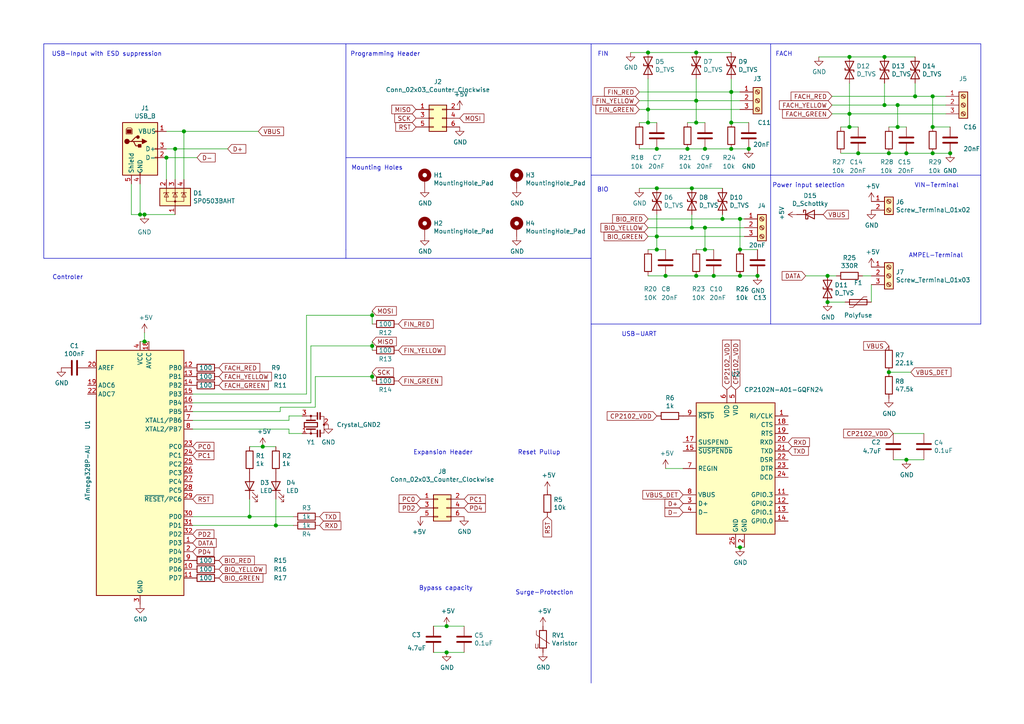
<source format=kicad_sch>
(kicad_sch (version 20200820) (host eeschema "5.99.0-unknown-c1a97fc0c~102~ubuntu18.04.1")
  (page 1 1)
  (paper "A4")
  (title_block (title "Ampel21") (rev "1") (company "Simon Diepold"))
  (lib_symbols
    (symbol "Connector:Screw_Terminal_01x02" (pin_names hide)
      (property "Reference" "J" (at 0 2.54 0))
      (property "Value" "Screw_Terminal_01x02" (at 0 -5.08 0))
      (symbol "Screw_Terminal_01x02_1_1"
        (pin passive line (at -5.08 0 0) (length 3.81) (name "Pin_1") (number "1"))
        (pin passive line (at -5.08 -2.54 0) (length 3.81) (name "Pin_2") (number "2"))
      )
    )
    (symbol "Connector:Screw_Terminal_01x03" (pin_names hide)
      (property "Reference" "J" (at 0 5.08 0))
      (property "Value" "Screw_Terminal_01x03" (at 0 -5.08 0))
      (symbol "Screw_Terminal_01x03_1_1"
        (pin passive line (at -5.08 2.54 0) (length 3.81) (name "Pin_1") (number "1"))
        (pin passive line (at -5.08 0 0) (length 3.81) (name "Pin_2") (number "2"))
        (pin passive line (at -5.08 -2.54 0) (length 3.81) (name "Pin_3") (number "3"))
      )
    )
    (symbol "Connector:USB_B"
      (property "Reference" "J" (at -5.08 11.43 0))
      (property "Value" "USB_B" (at -5.08 8.89 0))
      (symbol "USB_B_1_1"
        (pin power_out line (at 7.62 5.08 180) (length 2.54) (name "VBUS") (number "1"))
        (pin passive line (at 7.62 -2.54 180) (length 2.54) (name "D-") (number "2"))
        (pin passive line (at 7.62 0 180) (length 2.54) (name "D+") (number "3"))
        (pin power_out line (at 0 -10.16 90) (length 2.54) (name "GND") (number "4"))
        (pin passive line (at -2.54 -10.16 90) (length 2.54) (name "Shield") (number "5"))
      )
    )
    (symbol "Connector_Generic:Conn_02x03_Odd_Even" (pin_names hide)
      (property "Reference" "J" (at 1.27 5.08 0))
      (property "Value" "Conn_02x03_Odd_Even" (at 1.27 -5.08 0))
      (symbol "Conn_02x03_Odd_Even_1_1"
        (pin passive line (at -5.08 2.54 0) (length 3.81) (name "Pin_1") (number "1"))
        (pin passive line (at 7.62 2.54 180) (length 3.81) (name "Pin_2") (number "2"))
        (pin passive line (at -5.08 0 0) (length 3.81) (name "Pin_3") (number "3"))
        (pin passive line (at 7.62 0 180) (length 3.81) (name "Pin_4") (number "4"))
        (pin passive line (at -5.08 -2.54 0) (length 3.81) (name "Pin_5") (number "5"))
        (pin passive line (at 7.62 -2.54 180) (length 3.81) (name "Pin_6") (number "6"))
      )
    )
    (symbol "Device:C" (pin_numbers hide) (pin_names (offset 0.254))
      (property "Reference" "C" (at 0.635 2.54 0))
      (property "Value" "C" (at 0.635 -2.54 0))
      (symbol "C_1_1"
        (pin passive line (at 0 3.81 270) (length 2.794) (name "~") (number "1"))
        (pin passive line (at 0 -3.81 90) (length 2.794) (name "~") (number "2"))
      )
    )
    (symbol "Device:D_Schottky" (pin_numbers hide) (pin_names hide)
      (property "Reference" "D" (at 0 2.54 0))
      (property "Value" "D_Schottky" (at 0 -2.54 0))
      (symbol "D_Schottky_1_1"
        (pin passive line (at -3.81 0 0) (length 2.54) (name "K") (number "1"))
        (pin passive line (at 3.81 0 180) (length 2.54) (name "A") (number "2"))
      )
    )
    (symbol "Device:D_TVS" (pin_numbers hide) (pin_names hide)
      (property "Reference" "D" (at 0 2.54 0))
      (property "Value" "D_TVS" (at 0 -2.54 0))
      (symbol "D_TVS_1_1"
        (pin passive line (at -3.81 0 0) (length 2.54) (name "A1") (number "1"))
        (pin passive line (at 3.81 0 180) (length 2.54) (name "A2") (number "2"))
      )
    )
    (symbol "Device:LED" (pin_numbers hide) (pin_names hide)
      (property "Reference" "D" (at 0 2.54 0))
      (property "Value" "LED" (at 0 -2.54 0))
      (symbol "LED_1_1"
        (pin passive line (at -3.81 0 0) (length 2.54) (name "K") (number "1"))
        (pin passive line (at 3.81 0 180) (length 2.54) (name "A") (number "2"))
      )
    )
    (symbol "Device:Polyfuse" (pin_numbers hide) (pin_names (offset 0))
      (property "Reference" "F" (at -2.54 0 90))
      (property "Value" "Polyfuse" (at 2.54 0 90))
      (symbol "Polyfuse_1_1"
        (pin passive line (at 0 3.81 270) (length 1.27) (name "~") (number "1"))
        (pin passive line (at 0 -3.81 90) (length 1.27) (name "~") (number "2"))
      )
    )
    (symbol "Device:R" (pin_numbers hide) (pin_names (offset 0))
      (property "Reference" "R" (at 2.032 0 90))
      (property "Value" "R" (at 0 0 90))
      (symbol "R_1_1"
        (pin passive line (at 0 3.81 270) (length 1.27) (name "~") (number "1"))
        (pin passive line (at 0 -3.81 90) (length 1.27) (name "~") (number "2"))
      )
    )
    (symbol "Device:Resonator_Small" (pin_names hide)
      (property "Reference" "Y" (at 3.175 1.905 0))
      (property "Value" "Resonator_Small" (at 3.175 0 0))
      (symbol "Resonator_Small_1_1"
        (pin passive line (at -2.54 2.54 270) (length 1.27) (name "1") (number "1"))
        (pin passive line (at 0 -5.08 90) (length 1.27) (name "2") (number "2"))
        (pin passive line (at 2.54 2.54 270) (length 1.27) (name "3") (number "3"))
      )
    )
    (symbol "Device:Varistor" (pin_numbers hide) (pin_names (offset 0))
      (property "Reference" "RV" (at 3.175 0 90))
      (property "Value" "Varistor" (at -3.175 0 90))
      (symbol "Varistor_0_0"
        (text "U" (at -1.778 -2.032 0) (effects (font (size 1.27 1.27))))
      )
      (symbol "Varistor_1_1"
        (pin passive line (at 0 3.81 270) (length 1.27) (name "~") (number "1"))
        (pin passive line (at 0 -3.81 90) (length 1.27) (name "~") (number "2"))
      )
    )
    (symbol "Interface_USB:CP2102N-A01-GQFN24"
      (property "Reference" "U" (at -5.08 22.225 0))
      (property "Value" "CP2102N-A01-GQFN24" (at -5.08 20.32 0))
      (symbol "CP2102N-A01-GQFN24_1_1"
        (pin bidirectional line (at 15.24 15.24 180) (length 3.81) (name "RI/CLK") (number "1"))
        (pin unconnected line (at 10.16 -22.86 90) (length 3.81) hide (name "NC") (number "10"))
        (pin bidirectional line (at 15.24 -7.62 180) (length 3.81) (name "GPIO.3") (number "11"))
        (pin bidirectional line (at 15.24 -10.16 180) (length 3.81) (name "GPIO.2") (number "12"))
        (pin bidirectional line (at 15.24 -12.7 180) (length 3.81) (name "GPIO.1") (number "13"))
        (pin bidirectional line (at 15.24 -15.24 180) (length 3.81) (name "GPIO.0") (number "14"))
        (pin output line (at -15.24 5.08 0) (length 3.81) (name "~SUSPENDb") (number "15"))
        (pin unconnected line (at 7.62 -22.86 90) (length 3.81) hide (name "NC") (number "16"))
        (pin output line (at -15.24 7.62 0) (length 3.81) (name "SUSPEND") (number "17"))
        (pin input line (at 15.24 12.7 180) (length 3.81) (name "CTS") (number "18"))
        (pin output line (at 15.24 10.16 180) (length 3.81) (name "RTS") (number "19"))
        (pin power_in line (at 2.54 -22.86 90) (length 3.81) (name "GND") (number "2"))
        (pin input line (at 15.24 7.62 180) (length 3.81) (name "RXD") (number "20"))
        (pin output line (at 15.24 5.08 180) (length 3.81) (name "TXD") (number "21"))
        (pin input line (at 15.24 2.54 180) (length 3.81) (name "DSR") (number "22"))
        (pin output line (at 15.24 0 180) (length 3.81) (name "DTR") (number "23"))
        (pin input line (at 15.24 -2.54 180) (length 3.81) (name "DCD") (number "24"))
        (pin power_in line (at 0 -22.86 90) (length 3.81) (name "GND") (number "25"))
        (pin bidirectional line (at -15.24 -10.16 0) (length 3.81) (name "D+") (number "3"))
        (pin bidirectional line (at -15.24 -12.7 0) (length 3.81) (name "D-") (number "4"))
        (pin power_in line (at 0 22.86 270) (length 3.81) (name "VIO") (number "5"))
        (pin power_in line (at -2.54 22.86 270) (length 3.81) (name "VDD") (number "6"))
        (pin power_in line (at -15.24 0 0) (length 3.81) (name "REGIN") (number "7"))
        (pin input line (at -15.24 -7.62 0) (length 3.81) (name "VBUS") (number "8"))
        (pin input line (at -15.24 15.24 0) (length 3.81) (name "~RSTb") (number "9"))
      )
    )
    (symbol "MCU_Microchip_ATmega:ATmega328P-AU" (pin_names (offset 0.508))
      (property "Reference" "U" (at -12.7 36.83 0))
      (property "Value" "ATmega328P-AU" (at 2.54 -36.83 0))
      (symbol "ATmega328P-AU_1_1"
        (pin bidirectional line (at 15.24 -20.32 180) (length 2.54) (name "PD3") (number "1"))
        (pin bidirectional line (at 15.24 -27.94 180) (length 2.54) (name "PD6") (number "10"))
        (pin bidirectional line (at 15.24 -30.48 180) (length 2.54) (name "PD7") (number "11"))
        (pin bidirectional line (at 15.24 30.48 180) (length 2.54) (name "PB0") (number "12"))
        (pin bidirectional line (at 15.24 27.94 180) (length 2.54) (name "PB1") (number "13"))
        (pin bidirectional line (at 15.24 25.4 180) (length 2.54) (name "PB2") (number "14"))
        (pin bidirectional line (at 15.24 22.86 180) (length 2.54) (name "PB3") (number "15"))
        (pin bidirectional line (at 15.24 20.32 180) (length 2.54) (name "PB4") (number "16"))
        (pin bidirectional line (at 15.24 17.78 180) (length 2.54) (name "PB5") (number "17"))
        (pin power_in line (at 2.54 38.1 270) (length 2.54) (name "AVCC") (number "18"))
        (pin input line (at -15.24 25.4 0) (length 2.54) (name "ADC6") (number "19"))
        (pin bidirectional line (at 15.24 -22.86 180) (length 2.54) (name "PD4") (number "2"))
        (pin passive line (at -15.24 30.48 0) (length 2.54) (name "AREF") (number "20"))
        (pin passive line (at 0 -38.1 90) (length 2.54) hide (name "GND") (number "21"))
        (pin input line (at -15.24 22.86 0) (length 2.54) (name "ADC7") (number "22"))
        (pin bidirectional line (at 15.24 7.62 180) (length 2.54) (name "PC0") (number "23"))
        (pin bidirectional line (at 15.24 5.08 180) (length 2.54) (name "PC1") (number "24"))
        (pin bidirectional line (at 15.24 2.54 180) (length 2.54) (name "PC2") (number "25"))
        (pin bidirectional line (at 15.24 0 180) (length 2.54) (name "PC3") (number "26"))
        (pin bidirectional line (at 15.24 -2.54 180) (length 2.54) (name "PC4") (number "27"))
        (pin bidirectional line (at 15.24 -5.08 180) (length 2.54) (name "PC5") (number "28"))
        (pin bidirectional line (at 15.24 -7.62 180) (length 2.54) (name "~RESET~/PC6") (number "29"))
        (pin power_in line (at 0 -38.1 90) (length 2.54) (name "GND") (number "3"))
        (pin bidirectional line (at 15.24 -12.7 180) (length 2.54) (name "PD0") (number "30"))
        (pin bidirectional line (at 15.24 -15.24 180) (length 2.54) (name "PD1") (number "31"))
        (pin bidirectional line (at 15.24 -17.78 180) (length 2.54) (name "PD2") (number "32"))
        (pin power_in line (at 0 38.1 270) (length 2.54) (name "VCC") (number "4"))
        (pin passive line (at 0 -38.1 90) (length 2.54) hide (name "GND") (number "5"))
        (pin passive line (at 0 38.1 270) (length 2.54) hide (name "VCC") (number "6"))
        (pin bidirectional line (at 15.24 15.24 180) (length 2.54) (name "XTAL1/PB6") (number "7"))
        (pin bidirectional line (at 15.24 12.7 180) (length 2.54) (name "XTAL2/PB7") (number "8"))
        (pin bidirectional line (at 15.24 -25.4 180) (length 2.54) (name "PD5") (number "9"))
      )
    )
    (symbol "Mechanical:MountingHole_Pad" (pin_numbers hide) (pin_names hide)
      (property "Reference" "H" (at 0 6.35 0))
      (property "Value" "MountingHole_Pad" (at 0 4.445 0))
      (symbol "MountingHole_Pad_1_1"
        (pin input line (at 0 -2.54 90) (length 2.54) (name "1") (number "1"))
      )
    )
    (symbol "Power_Protection:SP0503BAHT" (pin_names (offset 0.508) hide)
      (property "Reference" "D" (at 5.715 2.54 0))
      (property "Value" "SP0503BAHT" (at 5.715 0.635 0))
      (symbol "SP0503BAHT_0_0"
        (pin passive line (at 0 -5.08 90) (length 2.54) (name "A") (number "1"))
      )
      (symbol "SP0503BAHT_1_1"
        (pin passive line (at -2.54 5.08 270) (length 2.54) (name "K") (number "2"))
        (pin passive line (at 0 5.08 270) (length 2.54) (name "K") (number "3"))
        (pin passive line (at 2.54 5.08 270) (length 2.54) (name "K") (number "4"))
      )
    )
    (symbol "power:+5V" (power) (pin_names (offset 0))
      (property "Value" "+5V" (at 0 3.556 0))
      (symbol "+5V_1_1"
        (pin power_in line (at 0 0 90) (length 0) hide (name "+5V") (number "1"))
      )
    )
    (symbol "power:GND" (power) (pin_names (offset 0))
      (property "Value" "GND" (at 0 -3.81 0))
      (symbol "GND_1_1"
        (pin power_in line (at 0 0 270) (length 0) hide (name "GND") (number "1"))
      )
    )
  )
  (junction (at 40.64 62.23) (diameter 1.016))
  (junction (at 41.91 62.23) (diameter 1.016))
  (junction (at 41.91 99.06) (diameter 1.016))
  (junction (at 48.26 45.72) (diameter 1.016))
  (junction (at 50.8 43.18) (diameter 1.016))
  (junction (at 53.34 38.1) (diameter 1.016))
  (junction (at 72.39 149.86) (diameter 1.016))
  (junction (at 76.2 129.54) (diameter 1.016))
  (junction (at 80.01 152.4) (diameter 1.016))
  (junction (at 107.95 91.44) (diameter 1.016))
  (junction (at 107.95 100.33) (diameter 1.016))
  (junction (at 107.95 109.22) (diameter 1.016))
  (junction (at 129.54 181.61) (diameter 1.016))
  (junction (at 129.54 189.23) (diameter 1.016))
  (junction (at 187.96 15.24) (diameter 1.016))
  (junction (at 187.96 31.75) (diameter 1.016))
  (junction (at 187.96 35.56) (diameter 1.016))
  (junction (at 190.5 43.18) (diameter 1.016))
  (junction (at 190.5 54.61) (diameter 1.016))
  (junction (at 190.5 68.58) (diameter 1.016))
  (junction (at 190.5 72.39) (diameter 1.016))
  (junction (at 193.04 80.01) (diameter 1.016))
  (junction (at 199.39 43.18) (diameter 1.016))
  (junction (at 200.66 54.61) (diameter 1.016))
  (junction (at 200.66 66.04) (diameter 1.016))
  (junction (at 201.93 15.24) (diameter 1.016))
  (junction (at 201.93 29.21) (diameter 1.016))
  (junction (at 201.93 35.56) (diameter 1.016))
  (junction (at 201.93 80.01) (diameter 1.016))
  (junction (at 204.47 43.18) (diameter 1.016))
  (junction (at 204.47 66.04) (diameter 1.016))
  (junction (at 204.47 72.39) (diameter 1.016))
  (junction (at 207.01 80.01) (diameter 1.016))
  (junction (at 209.55 63.5) (diameter 1.016))
  (junction (at 212.09 26.67) (diameter 1.016))
  (junction (at 212.09 35.56) (diameter 1.016))
  (junction (at 212.09 43.18) (diameter 1.016))
  (junction (at 214.63 63.5) (diameter 1.016))
  (junction (at 214.63 72.39) (diameter 1.016))
  (junction (at 214.63 80.01) (diameter 1.016))
  (junction (at 214.63 158.75) (diameter 1.016))
  (junction (at 217.17 43.18) (diameter 1.016))
  (junction (at 219.71 80.01) (diameter 1.016))
  (junction (at 240.03 80.01) (diameter 1.016))
  (junction (at 240.03 87.63) (diameter 1.016))
  (junction (at 246.38 16.51) (diameter 1.016))
  (junction (at 246.38 33.02) (diameter 1.016))
  (junction (at 246.38 36.83) (diameter 1.016))
  (junction (at 248.92 44.45) (diameter 1.016))
  (junction (at 256.54 16.51) (diameter 1.016))
  (junction (at 256.54 30.48) (diameter 1.016))
  (junction (at 257.81 44.45) (diameter 1.016))
  (junction (at 257.81 107.95) (diameter 1.016))
  (junction (at 260.35 30.48) (diameter 1.016))
  (junction (at 260.35 36.83) (diameter 1.016))
  (junction (at 262.89 44.45) (diameter 1.016))
  (junction (at 262.89 133.35) (diameter 1.016))
  (junction (at 265.43 27.94) (diameter 1.016))
  (junction (at 270.51 27.94) (diameter 1.016))
  (junction (at 270.51 36.83) (diameter 1.016))
  (junction (at 270.51 44.45) (diameter 1.016))
  (junction (at 275.59 44.45) (diameter 1.016))
  (no_connect (at 109.22 -13.97))
  (wire (pts (xy 38.1 53.34) (xy 38.1 62.23)))
  (wire (pts (xy 38.1 62.23) (xy 40.64 62.23)))
  (wire (pts (xy 40.64 53.34) (xy 40.64 62.23)))
  (wire (pts (xy 40.64 62.23) (xy 41.91 62.23)))
  (wire (pts (xy 40.64 99.06) (xy 41.91 99.06)))
  (wire (pts (xy 41.91 62.23) (xy 50.8 62.23)))
  (wire (pts (xy 41.91 96.52) (xy 41.91 99.06)))
  (wire (pts (xy 41.91 99.06) (xy 43.18 99.06)))
  (wire (pts (xy 48.26 38.1) (xy 53.34 38.1)))
  (wire (pts (xy 48.26 43.18) (xy 50.8 43.18)))
  (wire (pts (xy 48.26 45.72) (xy 48.26 52.07)))
  (wire (pts (xy 48.26 45.72) (xy 57.15 45.72)))
  (wire (pts (xy 50.8 43.18) (xy 50.8 52.07)))
  (wire (pts (xy 50.8 43.18) (xy 66.04 43.18)))
  (wire (pts (xy 53.34 38.1) (xy 53.34 52.07)))
  (wire (pts (xy 53.34 38.1) (xy 74.93 38.1)))
  (wire (pts (xy 55.88 114.3) (xy 88.9 114.3)))
  (wire (pts (xy 55.88 119.38) (xy 81.28 119.38)))
  (wire (pts (xy 55.88 121.92) (xy 83.82 121.92)))
  (wire (pts (xy 55.88 124.46) (xy 83.82 124.46)))
  (wire (pts (xy 55.88 149.86) (xy 72.39 149.86)))
  (wire (pts (xy 55.88 152.4) (xy 80.01 152.4)))
  (wire (pts (xy 72.39 129.54) (xy 76.2 129.54)))
  (wire (pts (xy 72.39 144.78) (xy 72.39 149.86)))
  (wire (pts (xy 72.39 149.86) (xy 85.09 149.86)))
  (wire (pts (xy 76.2 129.54) (xy 80.01 129.54)))
  (wire (pts (xy 80.01 144.78) (xy 80.01 152.4)))
  (wire (pts (xy 80.01 152.4) (xy 85.09 152.4)))
  (wire (pts (xy 81.28 118.11) (xy 91.44 118.11)))
  (wire (pts (xy 81.28 119.38) (xy 81.28 118.11)))
  (wire (pts (xy 83.82 120.65) (xy 83.82 121.92)))
  (wire (pts (xy 83.82 124.46) (xy 83.82 125.73)))
  (wire (pts (xy 83.82 125.73) (xy 87.63 125.73)))
  (wire (pts (xy 87.63 120.65) (xy 83.82 120.65)))
  (wire (pts (xy 88.9 91.44) (xy 107.95 91.44)))
  (wire (pts (xy 88.9 114.3) (xy 88.9 91.44)))
  (wire (pts (xy 90.17 100.33) (xy 90.17 116.84)))
  (wire (pts (xy 90.17 116.84) (xy 55.88 116.84)))
  (wire (pts (xy 91.44 109.22) (xy 107.95 109.22)))
  (wire (pts (xy 91.44 118.11) (xy 91.44 109.22)))
  (wire (pts (xy 107.95 91.44) (xy 107.95 90.17)))
  (wire (pts (xy 107.95 91.44) (xy 107.95 93.98)))
  (wire (pts (xy 107.95 99.06) (xy 107.95 100.33)))
  (wire (pts (xy 107.95 100.33) (xy 90.17 100.33)))
  (wire (pts (xy 107.95 100.33) (xy 107.95 101.6)))
  (wire (pts (xy 107.95 107.95) (xy 107.95 109.22)))
  (wire (pts (xy 107.95 109.22) (xy 107.95 110.49)))
  (wire (pts (xy 125.73 181.61) (xy 129.54 181.61)))
  (wire (pts (xy 125.73 189.23) (xy 129.54 189.23)))
  (wire (pts (xy 129.54 181.61) (xy 134.62 181.61)))
  (wire (pts (xy 129.54 189.23) (xy 134.62 189.23)))
  (wire (pts (xy 182.88 15.24) (xy 187.96 15.24)))
  (wire (pts (xy 185.42 26.67) (xy 212.09 26.67)))
  (wire (pts (xy 185.42 29.21) (xy 201.93 29.21)))
  (wire (pts (xy 185.42 31.75) (xy 187.96 31.75)))
  (wire (pts (xy 185.42 35.56) (xy 187.96 35.56)))
  (wire (pts (xy 185.42 43.18) (xy 190.5 43.18)))
  (wire (pts (xy 185.42 54.61) (xy 190.5 54.61)))
  (wire (pts (xy 187.96 15.24) (xy 201.93 15.24)))
  (wire (pts (xy 187.96 22.86) (xy 187.96 31.75)))
  (wire (pts (xy 187.96 31.75) (xy 187.96 35.56)))
  (wire (pts (xy 187.96 31.75) (xy 214.63 31.75)))
  (wire (pts (xy 187.96 35.56) (xy 190.5 35.56)))
  (wire (pts (xy 187.96 63.5) (xy 209.55 63.5)))
  (wire (pts (xy 187.96 66.04) (xy 200.66 66.04)))
  (wire (pts (xy 187.96 68.58) (xy 190.5 68.58)))
  (wire (pts (xy 187.96 72.39) (xy 190.5 72.39)))
  (wire (pts (xy 187.96 80.01) (xy 193.04 80.01)))
  (wire (pts (xy 190.5 43.18) (xy 199.39 43.18)))
  (wire (pts (xy 190.5 54.61) (xy 200.66 54.61)))
  (wire (pts (xy 190.5 62.23) (xy 190.5 68.58)))
  (wire (pts (xy 190.5 68.58) (xy 190.5 72.39)))
  (wire (pts (xy 190.5 68.58) (xy 215.9 68.58)))
  (wire (pts (xy 190.5 72.39) (xy 193.04 72.39)))
  (wire (pts (xy 193.04 80.01) (xy 201.93 80.01)))
  (wire (pts (xy 193.04 135.89) (xy 198.12 135.89)))
  (wire (pts (xy 199.39 35.56) (xy 201.93 35.56)))
  (wire (pts (xy 199.39 43.18) (xy 204.47 43.18)))
  (wire (pts (xy 200.66 54.61) (xy 209.55 54.61)))
  (wire (pts (xy 200.66 62.23) (xy 200.66 66.04)))
  (wire (pts (xy 200.66 66.04) (xy 204.47 66.04)))
  (wire (pts (xy 201.93 15.24) (xy 212.09 15.24)))
  (wire (pts (xy 201.93 22.86) (xy 201.93 29.21)))
  (wire (pts (xy 201.93 29.21) (xy 201.93 35.56)))
  (wire (pts (xy 201.93 29.21) (xy 214.63 29.21)))
  (wire (pts (xy 201.93 35.56) (xy 204.47 35.56)))
  (wire (pts (xy 201.93 72.39) (xy 204.47 72.39)))
  (wire (pts (xy 201.93 80.01) (xy 207.01 80.01)))
  (wire (pts (xy 204.47 43.18) (xy 212.09 43.18)))
  (wire (pts (xy 204.47 66.04) (xy 204.47 72.39)))
  (wire (pts (xy 204.47 66.04) (xy 215.9 66.04)))
  (wire (pts (xy 204.47 72.39) (xy 207.01 72.39)))
  (wire (pts (xy 207.01 80.01) (xy 214.63 80.01)))
  (wire (pts (xy 209.55 62.23) (xy 209.55 63.5)))
  (wire (pts (xy 209.55 63.5) (xy 214.63 63.5)))
  (wire (pts (xy 212.09 22.86) (xy 212.09 26.67)))
  (wire (pts (xy 212.09 26.67) (xy 212.09 35.56)))
  (wire (pts (xy 212.09 26.67) (xy 214.63 26.67)))
  (wire (pts (xy 212.09 35.56) (xy 217.17 35.56)))
  (wire (pts (xy 212.09 43.18) (xy 217.17 43.18)))
  (wire (pts (xy 213.36 158.75) (xy 214.63 158.75)))
  (wire (pts (xy 214.63 63.5) (xy 214.63 72.39)))
  (wire (pts (xy 214.63 63.5) (xy 215.9 63.5)))
  (wire (pts (xy 214.63 72.39) (xy 219.71 72.39)))
  (wire (pts (xy 214.63 80.01) (xy 219.71 80.01)))
  (wire (pts (xy 214.63 158.75) (xy 215.9 158.75)))
  (wire (pts (xy 233.68 80.01) (xy 240.03 80.01)))
  (wire (pts (xy 237.49 16.51) (xy 246.38 16.51)))
  (wire (pts (xy 240.03 80.01) (xy 242.57 80.01)))
  (wire (pts (xy 240.03 87.63) (xy 245.11 87.63)))
  (wire (pts (xy 241.3 27.94) (xy 265.43 27.94)))
  (wire (pts (xy 241.3 30.48) (xy 256.54 30.48)))
  (wire (pts (xy 241.3 33.02) (xy 246.38 33.02)))
  (wire (pts (xy 243.84 36.83) (xy 246.38 36.83)))
  (wire (pts (xy 243.84 44.45) (xy 248.92 44.45)))
  (wire (pts (xy 246.38 16.51) (xy 256.54 16.51)))
  (wire (pts (xy 246.38 24.13) (xy 246.38 33.02)))
  (wire (pts (xy 246.38 33.02) (xy 246.38 36.83)))
  (wire (pts (xy 246.38 33.02) (xy 274.32 33.02)))
  (wire (pts (xy 246.38 36.83) (xy 248.92 36.83)))
  (wire (pts (xy 248.92 44.45) (xy 257.81 44.45)))
  (wire (pts (xy 250.19 80.01) (xy 252.73 80.01)))
  (wire (pts (xy 252.73 82.55) (xy 252.73 87.63)))
  (wire (pts (xy 256.54 16.51) (xy 265.43 16.51)))
  (wire (pts (xy 256.54 24.13) (xy 256.54 30.48)))
  (wire (pts (xy 256.54 30.48) (xy 260.35 30.48)))
  (wire (pts (xy 257.81 36.83) (xy 260.35 36.83)))
  (wire (pts (xy 257.81 44.45) (xy 262.89 44.45)))
  (wire (pts (xy 257.81 107.95) (xy 264.16 107.95)))
  (wire (pts (xy 259.08 133.35) (xy 262.89 133.35)))
  (wire (pts (xy 260.35 30.48) (xy 260.35 36.83)))
  (wire (pts (xy 260.35 30.48) (xy 274.32 30.48)))
  (wire (pts (xy 260.35 36.83) (xy 262.89 36.83)))
  (wire (pts (xy 262.89 44.45) (xy 270.51 44.45)))
  (wire (pts (xy 262.89 133.35) (xy 267.97 133.35)))
  (wire (pts (xy 265.43 24.13) (xy 265.43 27.94)))
  (wire (pts (xy 265.43 27.94) (xy 270.51 27.94)))
  (wire (pts (xy 267.97 125.73) (xy 259.08 125.73)))
  (wire (pts (xy 270.51 27.94) (xy 270.51 36.83)))
  (wire (pts (xy 270.51 27.94) (xy 274.32 27.94)))
  (wire (pts (xy 270.51 36.83) (xy 275.59 36.83)))
  (wire (pts (xy 270.51 44.45) (xy 275.59 44.45)))
  (polyline (pts (xy 12.7 12.7) (xy 12.7 74.93)) (stroke (width 0) (type solid)))
  (polyline (pts (xy 12.7 12.7) (xy 100.33 12.7)) (stroke (width 0) (type solid)))
  (polyline (pts (xy 100.33 12.7) (xy 100.33 72.39)) (stroke (width 0) (type solid)))
  (polyline (pts (xy 100.33 12.7) (xy 171.45 12.7)) (stroke (width 0) (type solid)))
  (polyline (pts (xy 100.33 45.72) (xy 171.45 45.72)) (stroke (width 0) (type solid)))
  (polyline (pts (xy 100.33 74.93) (xy 12.7 74.93)) (stroke (width 0) (type solid)))
  (polyline (pts (xy 100.33 74.93) (xy 100.33 72.39)) (stroke (width 0) (type solid)))
  (polyline (pts (xy 171.45 12.7) (xy 171.45 93.98)) (stroke (width 0) (type solid)))
  (polyline (pts (xy 171.45 12.7) (xy 284.48 12.7)) (stroke (width 0) (type solid)))
  (polyline (pts (xy 171.45 50.8) (xy 284.48 50.8)) (stroke (width 0) (type solid)))
  (polyline (pts (xy 171.45 74.93) (xy 100.33 74.93)) (stroke (width 0) (type solid)))
  (polyline (pts (xy 171.45 93.98) (xy 171.45 198.12)) (stroke (width 0) (type solid)))
  (polyline (pts (xy 171.45 93.98) (xy 284.48 93.98)) (stroke (width 0) (type solid)))
  (polyline (pts (xy 223.52 12.7) (xy 223.52 93.98)) (stroke (width 0) (type solid)))
  (polyline (pts (xy 284.48 93.98) (xy 284.48 12.7)) (stroke (width 0) (type solid)))
  (text "Controler" (at 24.13 81.28 180) (effects (font (size 1.27 1.27)) (justify right bottom)))
  (text "USB-Input with ESD suppression" (at 46.99 16.51 180) (effects (font (size 1.27 1.27)) (justify right bottom)))
  (text "Mounting Holes" (at 116.84 49.53 180) (effects (font (size 1.27 1.27)) (justify right bottom)))
  (text "Programming Header" (at 121.92 16.51 180) (effects (font (size 1.27 1.27)) (justify right bottom)))
  (text "Expansion Header" (at 137.16 132.08 180) (effects (font (size 1.27 1.27)) (justify right bottom)))
  (text "Bypass capacity" (at 137.16 171.45 180) (effects (font (size 1.27 1.27)) (justify right bottom)))
  (text "Reset Pullup" (at 162.56 132.08 180) (effects (font (size 1.27 1.27)) (justify right bottom)))
  (text "Surge-Protection" (at 166.37 172.72 180) (effects (font (size 1.27 1.27)) (justify right bottom)))
  (text "FIN" (at 176.53 16.51 180) (effects (font (size 1.27 1.27)) (justify right bottom)))
  (text "BIO" (at 176.53 55.88 180) (effects (font (size 1.27 1.27)) (justify right bottom)))
  (text "USB-UART" (at 190.5 97.79 180) (effects (font (size 1.27 1.27)) (justify right bottom)))
  (text "FACH" (at 229.87 16.51 180) (effects (font (size 1.27 1.27)) (justify right bottom)))
  (text "Power input selection" (at 245.11 54.61 180) (effects (font (size 1.27 1.27)) (justify right bottom)))
  (text "VIN-Terminal" (at 278.13 54.61 180) (effects (font (size 1.27 1.27)) (justify right bottom)))
  (text "AMPEL-Terminal" (at 279.4 74.93 180) (effects (font (size 1.27 1.27)) (justify right bottom)))
  (global_label "PC0" (shape input) (at 55.88 129.54 0))
  (global_label "PC1" (shape input) (at 55.88 132.08 0))
  (global_label "RST" (shape input) (at 55.88 144.78 0))
  (global_label "PD2" (shape input) (at 55.88 154.94 0))
  (global_label "DATA" (shape input) (at 55.88 157.48 0))
  (global_label "PD4" (shape input) (at 55.88 160.02 0))
  (global_label "D-" (shape input) (at 57.15 45.72 0))
  (global_label "FACH_RED" (shape input) (at 63.5 106.68 0))
  (global_label "FACH_YELLOW" (shape input) (at 63.5 109.22 0))
  (global_label "FACH_GREEN" (shape input) (at 63.5 111.76 0))
  (global_label "BIO_RED" (shape input) (at 63.5 162.56 0))
  (global_label "BIO_YELLOW" (shape input) (at 63.5 165.1 0))
  (global_label "BIO_GREEN" (shape input) (at 63.5 167.64 0))
  (global_label "D+" (shape input) (at 66.04 43.18 0))
  (global_label "VBUS" (shape input) (at 74.93 38.1 0))
  (global_label "TXD" (shape input) (at 92.71 149.86 0))
  (global_label "RXD" (shape input) (at 92.71 152.4 0))
  (global_label "MOSI" (shape input) (at 107.95 90.17 0))
  (global_label "MISO" (shape input) (at 107.95 99.06 0))
  (global_label "SCK" (shape input) (at 107.95 107.95 0))
  (global_label "FIN_RED" (shape input) (at 115.57 93.98 0))
  (global_label "FIN_YELLOW" (shape input) (at 115.57 101.6 0))
  (global_label "FIN_GREEN" (shape input) (at 115.57 110.49 0))
  (global_label "MISO" (shape input) (at 120.65 31.75 180))
  (global_label "SCK" (shape input) (at 120.65 34.29 180))
  (global_label "RST" (shape input) (at 120.65 36.83 180))
  (global_label "PC0" (shape input) (at 121.92 144.78 180))
  (global_label "PD2" (shape input) (at 121.92 147.32 180))
  (global_label "MOSI" (shape input) (at 133.35 34.29 0))
  (global_label "PC1" (shape input) (at 134.62 144.78 0))
  (global_label "PD4" (shape input) (at 134.62 147.32 0))
  (global_label "RST" (shape input) (at 158.75 149.86 270))
  (global_label "FIN_RED" (shape input) (at 185.42 26.67 180))
  (global_label "FIN_YELLOW" (shape input) (at 185.42 29.21 180))
  (global_label "FIN_GREEN" (shape input) (at 185.42 31.75 180))
  (global_label "BIO_RED" (shape input) (at 187.96 63.5 180))
  (global_label "BIO_YELLOW" (shape input) (at 187.96 66.04 180))
  (global_label "BIO_GREEN" (shape input) (at 187.96 68.58 180))
  (global_label "CP2102_VDD" (shape input) (at 190.5 120.65 180))
  (global_label "VBUS_DET" (shape input) (at 198.12 143.51 180))
  (global_label "D+" (shape input) (at 198.12 146.05 180))
  (global_label "D-" (shape input) (at 198.12 148.59 180))
  (global_label "CP2102_VDD" (shape input) (at 210.82 113.03 90))
  (global_label "CP2102_VDD" (shape input) (at 213.36 113.03 90))
  (global_label "RXD" (shape input) (at 228.6 128.27 0))
  (global_label "TXD" (shape input) (at 228.6 130.81 0))
  (global_label "DATA" (shape input) (at 233.68 80.01 180))
  (global_label "VBUS" (shape input) (at 238.76 62.23 0))
  (global_label "FACH_RED" (shape input) (at 241.3 27.94 180))
  (global_label "FACH_YELLOW" (shape input) (at 241.3 30.48 180))
  (global_label "FACH_GREEN" (shape input) (at 241.3 33.02 180))
  (global_label "VBUS" (shape input) (at 257.81 100.33 180))
  (global_label "CP2102_VDD" (shape input) (at 259.08 125.73 180))
  (global_label "VBUS_DET" (shape input) (at 264.16 107.95 0))
  (symbol (lib_id "power:+5V") (at 41.91 96.52 0) (unit 1)
    (property "Reference" "#PWR0118" (effects hide))
    (property "Value" "+5V" (at 42.291 92.1258 0))
  )
  (symbol (lib_id "power:+5V") (at 76.2 129.54 0) (unit 1)
    (property "Reference" "#PWR0124" (effects hide))
    (property "Value" "+5V" (at 76.581 125.1458 0))
  )
  (symbol (lib_id "power:+5V") (at 121.92 149.86 180) (unit 1)
    (property "Reference" "#PWR0120" (effects hide))
    (property "Value" "+5V" (at 121.539 154.2542 0))
  )
  (symbol (lib_id "power:+5V") (at 129.54 181.61 0) (unit 1)
    (property "Reference" "#PWR0109" (effects hide))
    (property "Value" "+5V" (at 129.921 177.2158 0))
  )
  (symbol (lib_id "power:+5V") (at 133.35 31.75 0) (unit 1)
    (property "Reference" "#PWR0108" (effects hide))
    (property "Value" "+5V" (at 133.731 27.3558 0))
  )
  (symbol (lib_id "power:+5V") (at 157.48 181.61 0) (unit 1)
    (property "Reference" "#PWR0134" (effects hide))
    (property "Value" "+5V" (at 157.861 177.2158 0))
  )
  (symbol (lib_id "power:+5V") (at 158.75 142.24 0) (unit 1)
    (property "Reference" "#PWR0107" (effects hide))
    (property "Value" "+5V" (at 159.131 137.8458 0))
  )
  (symbol (lib_id "power:+5V") (at 193.04 135.89 0) (unit 1)
    (property "Reference" "#PWR0105" (effects hide))
    (property "Value" "+5V" (at 193.421 131.4958 0))
  )
  (symbol (lib_id "power:+5V") (at 231.14 62.23 90) (unit 1)
    (property "Reference" "#PWR0123" (effects hide))
    (property "Value" "+5V" (at 226.7458 61.849 0))
  )
  (symbol (lib_id "power:+5V") (at 252.73 58.42 0) (unit 1)
    (property "Reference" "#PWR0116" (effects hide))
    (property "Value" "+5V" (at 253.111 54.0258 0))
  )
  (symbol (lib_id "power:+5V") (at 252.73 77.47 0) (unit 1)
    (property "Reference" "#PWR0113" (effects hide))
    (property "Value" "+5V" (at 253.111 73.0758 0))
  )
  (symbol (lib_id "power:GND") (at 17.78 106.68 0) (unit 1)
    (property "Reference" "#PWR0102" (effects hide))
    (property "Value" "GND" (at 17.907 111.0742 0))
  )
  (symbol (lib_id "power:GND") (at 40.64 175.26 0) (unit 1)
    (property "Reference" "#PWR0117" (effects hide))
    (property "Value" "GND" (at 40.7543 179.5844 0))
  )
  (symbol (lib_id "power:GND") (at 41.91 62.23 0) (unit 1)
    (property "Reference" "#PWR0101" (effects hide))
    (property "Value" "GND" (at 41.91 67.31 0))
  )
  (symbol (lib_id "power:GND") (at 95.25 123.19 0) (unit 1)
    (property "Reference" "#PWR0133" (effects hide))
    (property "Value" "GND" (at 95.25 128.27 0))
  )
  (symbol (lib_id "power:GND") (at 123.19 54.61 0) (unit 1)
    (property "Reference" "#PWR0128" (effects hide))
    (property "Value" "GND" (at 123.3043 58.9344 0))
  )
  (symbol (lib_id "power:GND") (at 123.19 68.58 0) (unit 1)
    (property "Reference" "#PWR0127" (effects hide))
    (property "Value" "GND" (at 123.3043 72.9044 0))
  )
  (symbol (lib_id "power:GND") (at 129.54 189.23 0) (unit 1)
    (property "Reference" "#PWR0110" (effects hide))
    (property "Value" "GND" (at 129.667 193.6242 0))
  )
  (symbol (lib_id "power:GND") (at 133.35 36.83 0) (unit 1)
    (property "Reference" "#PWR0106" (effects hide))
    (property "Value" "GND" (at 133.477 41.2242 0))
  )
  (symbol (lib_id "power:GND") (at 134.62 149.86 0) (unit 1)
    (property "Reference" "#PWR0103" (effects hide))
    (property "Value" "GND" (at 134.7343 154.1844 0))
  )
  (symbol (lib_id "power:GND") (at 149.86 54.61 0) (unit 1)
    (property "Reference" "#PWR0129" (effects hide))
    (property "Value" "GND" (at 149.9743 58.9344 0))
  )
  (symbol (lib_id "power:GND") (at 149.86 68.58 0) (unit 1)
    (property "Reference" "#PWR0126" (effects hide))
    (property "Value" "GND" (at 149.9743 72.9044 0))
  )
  (symbol (lib_id "power:GND") (at 157.48 189.23 0) (unit 1)
    (property "Reference" "#PWR0125" (effects hide))
    (property "Value" "GND" (at 157.5943 193.5544 0))
  )
  (symbol (lib_id "power:GND") (at 182.88 15.24 0) (unit 1)
    (property "Reference" "#PWR0131" (effects hide))
    (property "Value" "GND" (at 182.9943 19.5644 0))
  )
  (symbol (lib_id "power:GND") (at 185.42 54.61 0) (unit 1)
    (property "Reference" "#PWR0132" (effects hide))
    (property "Value" "GND" (at 185.5343 58.9344 0))
  )
  (symbol (lib_id "power:GND") (at 214.63 158.75 0) (unit 1)
    (property "Reference" "#PWR0104" (effects hide))
    (property "Value" "GND" (at 214.757 163.1442 0))
  )
  (symbol (lib_id "power:GND") (at 217.17 43.18 0) (unit 1)
    (property "Reference" "#PWR0121" (effects hide))
    (property "Value" "GND" (at 217.17 48.26 0))
  )
  (symbol (lib_id "power:GND") (at 219.71 80.01 0) (unit 1)
    (property "Reference" "#PWR0119" (effects hide))
    (property "Value" "GND" (at 219.8243 84.3344 0))
  )
  (symbol (lib_id "power:GND") (at 237.49 16.51 0) (unit 1)
    (property "Reference" "#PWR0130" (effects hide))
    (property "Value" "GND" (at 237.6043 20.8344 0))
  )
  (symbol (lib_id "power:GND") (at 240.03 87.63 0) (unit 1)
    (property "Reference" "#PWR0114" (effects hide))
    (property "Value" "GND" (at 240.157 92.0242 0))
  )
  (symbol (lib_id "power:GND") (at 252.73 60.96 0) (unit 1)
    (property "Reference" "#PWR0115" (effects hide))
    (property "Value" "GND" (at 252.857 65.3542 0))
  )
  (symbol (lib_id "power:GND") (at 257.81 115.57 0) (unit 1)
    (property "Reference" "#PWR0111" (effects hide))
    (property "Value" "GND" (at 257.937 119.9642 0))
  )
  (symbol (lib_id "power:GND") (at 262.89 133.35 0) (unit 1)
    (property "Reference" "#PWR0112" (effects hide))
    (property "Value" "GND" (at 263.017 137.7442 0))
  )
  (symbol (lib_id "power:GND") (at 275.59 44.45 0) (unit 1)
    (property "Reference" "#PWR0122" (effects hide))
    (property "Value" "GND" (at 275.59 49.53 0))
  )
  (symbol (lib_id "Device:R") (at 59.69 106.68 90) (unit 1)
    (property "Reference" "R9" (at 80.01 106.68 90))
    (property "Value" "100" (at 59.69 106.68 90))
    (property "Footprint" "Resistor_SMD:R_0805_2012Metric" (effects hide))
  )
  (symbol (lib_id "Device:R") (at 59.69 109.22 90) (unit 1)
    (property "Reference" "R10" (at 81.28 109.22 90))
    (property "Value" "100" (at 59.69 109.22 90))
    (property "Footprint" "Resistor_SMD:R_0805_2012Metric" (effects hide))
  )
  (symbol (lib_id "Device:R") (at 59.69 111.76 90) (unit 1)
    (property "Reference" "R11" (at 81.28 111.76 90))
    (property "Value" "100" (at 59.69 111.76 90))
    (property "Footprint" "Resistor_SMD:R_0805_2012Metric" (effects hide))
  )
  (symbol (lib_id "Device:R") (at 59.69 162.56 90) (unit 1)
    (property "Reference" "R15" (at 81.28 162.56 90))
    (property "Value" "100" (at 59.69 162.56 90))
    (property "Footprint" "Resistor_SMD:R_0805_2012Metric" (effects hide))
  )
  (symbol (lib_id "Device:R") (at 59.69 165.1 90) (unit 1)
    (property "Reference" "R16" (at 81.28 165.1 90))
    (property "Value" "100" (at 59.69 165.1 90))
    (property "Footprint" "Resistor_SMD:R_0805_2012Metric" (effects hide))
  )
  (symbol (lib_id "Device:R") (at 59.69 167.64 90) (unit 1)
    (property "Reference" "R17" (at 81.28 167.64 90))
    (property "Value" "100" (at 59.69 167.64 90))
    (property "Footprint" "Resistor_SMD:R_0805_2012Metric" (effects hide))
  )
  (symbol (lib_id "Device:R") (at 72.39 133.35 0) (unit 1)
    (property "Reference" "R1" (at 74.168 132.207 0) (effects (justify left)))
    (property "Value" "1k" (at 74.168 134.493 0) (effects (justify left)))
    (property "Footprint" "Resistor_SMD:R_0805_2012Metric" (effects hide))
  )
  (symbol (lib_id "Device:R") (at 80.01 133.35 0) (unit 1)
    (property "Reference" "R2" (at 81.788 132.207 0) (effects (justify left)))
    (property "Value" "1k" (at 81.788 134.493 0) (effects (justify left)))
    (property "Footprint" "Resistor_SMD:R_0805_2012Metric" (effects hide))
  )
  (symbol (lib_id "Device:R") (at 88.9 149.86 90) (unit 1)
    (property "Reference" "R3" (at 88.9 147.32 90))
    (property "Value" "1k" (at 88.9 149.86 90))
    (property "Footprint" "Resistor_SMD:R_0805_2012Metric" (effects hide))
  )
  (symbol (lib_id "Device:R") (at 88.9 152.4 90) (unit 1)
    (property "Reference" "R4" (at 88.9 154.94 90))
    (property "Value" "1k" (at 88.9 152.4 90))
    (property "Footprint" "Resistor_SMD:R_0805_2012Metric" (effects hide))
  )
  (symbol (lib_id "Device:R") (at 111.76 93.98 90) (unit 1)
    (property "Reference" "R12" (at 111.76 96.52 90))
    (property "Value" "100" (at 111.76 93.98 90))
    (property "Footprint" "Resistor_SMD:R_0805_2012Metric" (effects hide))
  )
  (symbol (lib_id "Device:R") (at 111.76 101.6 90) (unit 1)
    (property "Reference" "R13" (at 111.76 104.14 90))
    (property "Value" "100" (at 111.76 101.6 90))
    (property "Footprint" "Resistor_SMD:R_0805_2012Metric" (effects hide))
  )
  (symbol (lib_id "Device:R") (at 111.76 110.49 90) (unit 1)
    (property "Reference" "R14" (at 111.76 113.03 90))
    (property "Value" "100" (at 111.76 110.49 90))
    (property "Footprint" "Resistor_SMD:R_0805_2012Metric" (effects hide))
  )
  (symbol (lib_id "Device:R") (at 158.75 146.05 0) (unit 1)
    (property "Reference" "R5" (at 160.528 144.907 0) (effects (justify left)))
    (property "Value" "10k" (at 160.528 147.193 0) (effects (justify left)))
    (property "Footprint" "Resistor_SMD:R_0805_2012Metric" (effects hide))
  )
  (symbol (lib_id "Device:R") (at 185.42 39.37 0) (unit 1)
    (property "Reference" "R18" (at 182.88 45.72 0) (effects (justify left)))
    (property "Value" "10k" (at 182.88 48.26 0) (effects (justify left)))
    (property "Footprint" "Resistor_SMD:R_0805_2012Metric" (effects hide))
  )
  (symbol (lib_id "Device:R") (at 187.96 76.2 0) (unit 1)
    (property "Reference" "R20" (at 186.69 83.82 0) (effects (justify left)))
    (property "Value" "10K" (at 186.69 86.36 0) (effects (justify left)))
    (property "Footprint" "Resistor_SMD:R_0805_2012Metric" (effects hide))
  )
  (symbol (lib_id "Device:R") (at 194.31 120.65 90) (unit 1)
    (property "Reference" "R6" (at 194.31 115.4176 90))
    (property "Value" "1k" (at 194.31 117.729 90))
    (property "Footprint" "Resistor_SMD:R_0805_2012Metric" (effects hide))
  )
  (symbol (lib_id "Device:R") (at 199.39 39.37 0) (unit 1)
    (property "Reference" "R21" (at 196.85 45.72 0) (effects (justify left)))
    (property "Value" "10k" (at 196.85 48.26 0) (effects (justify left)))
    (property "Footprint" "Resistor_SMD:R_0805_2012Metric" (effects hide))
  )
  (symbol (lib_id "Device:R") (at 201.93 76.2 0) (unit 1)
    (property "Reference" "R23" (at 200.66 83.82 0) (effects (justify left)))
    (property "Value" "10K" (at 200.66 86.36 0) (effects (justify left)))
    (property "Footprint" "Resistor_SMD:R_0805_2012Metric" (effects hide))
  )
  (symbol (lib_id "Device:R") (at 212.09 39.37 0) (unit 1)
    (property "Reference" "R24" (at 209.55 45.72 0) (effects (justify left)))
    (property "Value" "10k" (at 209.55 48.26 0) (effects (justify left)))
    (property "Footprint" "Resistor_SMD:R_0805_2012Metric" (effects hide))
  )
  (symbol (lib_id "Device:R") (at 214.63 76.2 0) (unit 1)
    (property "Reference" "R26" (at 213.36 83.82 0) (effects (justify left)))
    (property "Value" "10k" (at 213.36 86.36 0) (effects (justify left)))
    (property "Footprint" "Resistor_SMD:R_0805_2012Metric" (effects hide))
  )
  (symbol (lib_id "Device:R") (at 243.84 40.64 0) (unit 1)
    (property "Reference" "R27" (at 241.3 46.99 0) (effects (justify left)))
    (property "Value" "10k" (at 241.3 49.53 0) (effects (justify left)))
    (property "Footprint" "Resistor_SMD:R_0805_2012Metric" (effects hide))
  )
  (symbol (lib_id "Device:R") (at 246.38 80.01 90) (unit 1)
    (property "Reference" "R25" (at 246.38 74.7838 90))
    (property "Value" "330R" (at 246.38 77.0825 90))
    (property "Footprint" "Resistor_SMD:R_0805_2012Metric" (effects hide))
  )
  (symbol (lib_id "Device:R") (at 257.81 40.64 0) (unit 1)
    (property "Reference" "R28" (at 255.27 46.99 0) (effects (justify left)))
    (property "Value" "10k" (at 255.27 49.53 0) (effects (justify left)))
    (property "Footprint" "Resistor_SMD:R_0805_2012Metric" (effects hide))
  )
  (symbol (lib_id "Device:R") (at 257.81 104.14 0) (unit 1)
    (property "Reference" "R7" (at 259.588 102.997 0) (effects (justify left)))
    (property "Value" "22.1k" (at 259.588 105.283 0) (effects (justify left)))
    (property "Footprint" "Resistor_SMD:R_0805_2012Metric" (effects hide))
  )
  (symbol (lib_id "Device:R") (at 257.81 111.76 0) (unit 1)
    (property "Reference" "R8" (at 259.588 110.617 0) (effects (justify left)))
    (property "Value" "47.5k" (at 259.588 112.903 0) (effects (justify left)))
    (property "Footprint" "Resistor_SMD:R_0805_2012Metric" (effects hide))
  )
  (symbol (lib_id "Device:R") (at 270.51 40.64 0) (unit 1)
    (property "Reference" "R29" (at 269.24 46.99 0) (effects (justify left)))
    (property "Value" "10k" (at 269.24 49.53 0) (effects (justify left)))
    (property "Footprint" "Resistor_SMD:R_0805_2012Metric" (effects hide))
  )
  (symbol (lib_id "Mechanical:MountingHole_Pad") (at 123.19 52.07 0) (unit 1)
    (property "Reference" "H1" (at 125.7301 50.7936 0) (effects (justify left)))
    (property "Value" "MountingHole_Pad" (at 125.7301 53.0923 0) (effects (justify left)))
    (property "Footprint" "MountingHole:MountingHole_3.2mm_M3_Pad_Via" (effects hide))
  )
  (symbol (lib_id "Mechanical:MountingHole_Pad") (at 123.19 66.04 0) (unit 1)
    (property "Reference" "H2" (at 125.7301 64.7636 0) (effects (justify left)))
    (property "Value" "MountingHole_Pad" (at 125.7301 67.0623 0) (effects (justify left)))
    (property "Footprint" "MountingHole:MountingHole_3.2mm_M3_Pad_Via" (effects hide))
  )
  (symbol (lib_id "Mechanical:MountingHole_Pad") (at 149.86 52.07 0) (unit 1)
    (property "Reference" "H3" (at 152.4001 50.7936 0) (effects (justify left)))
    (property "Value" "MountingHole_Pad" (at 152.4001 53.0923 0) (effects (justify left)))
    (property "Footprint" "MountingHole:MountingHole_3.2mm_M3_Pad_Via" (effects hide))
  )
  (symbol (lib_id "Mechanical:MountingHole_Pad") (at 149.86 66.04 0) (unit 1)
    (property "Reference" "H4" (at 152.4001 64.7636 0) (effects (justify left)))
    (property "Value" "MountingHole_Pad" (at 152.4001 67.0623 0) (effects (justify left)))
    (property "Footprint" "MountingHole:MountingHole_3.2mm_M3_Pad_Via" (effects hide))
  )
  (symbol (lib_id "Device:D_TVS") (at 187.96 19.05 90) (unit 1)
    (property "Reference" "D5" (at 189.9921 17.9006 90) (effects (justify right)))
    (property "Value" "D_TVS" (at 189.9921 20.1993 90) (effects (justify right)))
    (property "Footprint" "Diode_SMD:D_0603_1608Metric" (effects hide))
  )
  (symbol (lib_id "Device:D_TVS") (at 190.5 58.42 90) (unit 1)
    (property "Reference" "D6" (at 192.5321 57.2706 90) (effects (justify right)))
    (property "Value" "D_TVS" (at 192.5321 59.5693 90) (effects (justify right)))
    (property "Footprint" "Diode_SMD:D_0603_1608Metric" (effects hide))
  )
  (symbol (lib_id "Device:D_TVS") (at 200.66 58.42 90) (unit 1)
    (property "Reference" "D8" (at 202.6921 57.2706 90) (effects (justify right)))
    (property "Value" "D_TVS" (at 202.6921 59.5693 90) (effects (justify right)))
    (property "Footprint" "Diode_SMD:D_0603_1608Metric" (effects hide))
  )
  (symbol (lib_id "Device:D_TVS") (at 201.93 19.05 90) (unit 1)
    (property "Reference" "D7" (at 203.9621 17.9006 90) (effects (justify right)))
    (property "Value" "D_TVS" (at 203.9621 20.1993 90) (effects (justify right)))
    (property "Footprint" "Diode_SMD:D_0603_1608Metric" (effects hide))
  )
  (symbol (lib_id "Device:D_TVS") (at 209.55 58.42 90) (unit 1)
    (property "Reference" "D10" (at 211.5821 57.2706 90) (effects (justify right)))
    (property "Value" "D_TVS" (at 211.5821 59.5693 90) (effects (justify right)))
    (property "Footprint" "Diode_SMD:D_0603_1608Metric" (effects hide))
  )
  (symbol (lib_id "Device:D_TVS") (at 212.09 19.05 90) (unit 1)
    (property "Reference" "D9" (at 214.1221 17.9006 90) (effects (justify right)))
    (property "Value" "D_TVS" (at 214.1221 20.1993 90) (effects (justify right)))
    (property "Footprint" "Diode_SMD:D_0603_1608Metric" (effects hide))
  )
  (symbol (lib_id "Device:D_Schottky") (at 234.95 62.23 0) (unit 1)
    (property "Reference" "D15" (at 234.95 56.7498 0))
    (property "Value" "D_Schottky" (at 234.95 59.0485 0))
    (property "Footprint" "Diode_SMD:D_SOD-128" (effects hide))
  )
  (symbol (lib_id "Device:D_TVS") (at 240.03 83.82 90) (unit 1)
    (property "Reference" "D11" (at 242.0621 82.6706 90) (effects (justify right)))
    (property "Value" "D_TVS" (at 242.0621 84.9693 90) (effects (justify right)))
    (property "Footprint" "Diode_SMD:D_0603_1608Metric" (effects hide))
  )
  (symbol (lib_id "Device:D_TVS") (at 246.38 20.32 90) (unit 1)
    (property "Reference" "D12" (at 248.4121 19.1706 90) (effects (justify right)))
    (property "Value" "D_TVS" (at 248.4121 21.4693 90) (effects (justify right)))
    (property "Footprint" "Diode_SMD:D_0603_1608Metric" (effects hide))
  )
  (symbol (lib_id "Device:D_TVS") (at 256.54 20.32 90) (unit 1)
    (property "Reference" "D13" (at 258.5721 19.1706 90) (effects (justify right)))
    (property "Value" "D_TVS" (at 258.5721 21.4693 90) (effects (justify right)))
    (property "Footprint" "Diode_SMD:D_0603_1608Metric" (effects hide))
  )
  (symbol (lib_id "Device:D_TVS") (at 265.43 20.32 90) (unit 1)
    (property "Reference" "D14" (at 267.4621 19.1706 90) (effects (justify right)))
    (property "Value" "D_TVS" (at 267.4621 21.4693 90) (effects (justify right)))
    (property "Footprint" "Diode_SMD:D_0603_1608Metric" (effects hide))
  )
  (symbol (lib_id "Device:Polyfuse") (at 248.92 87.63 90) (unit 1)
    (property "Reference" "F1" (at 248.92 82.0228 90))
    (property "Value" "Polyfuse" (at 248.92 91.44 90))
    (property "Footprint" "Fuse:Fuse_0805_2012Metric" (effects hide))
  )
  (symbol (lib_id "Device:LED") (at 72.39 140.97 90) (unit 1)
    (property "Reference" "D3" (at 75.3872 140.0048 90) (effects (justify right)))
    (property "Value" "LED" (at 75.3872 142.3162 90) (effects (justify right)))
    (property "Footprint" "LED_SMD:LED_0805_2012Metric" (effects hide))
  )
  (symbol (lib_id "Device:LED") (at 80.01 140.97 90) (unit 1)
    (property "Reference" "D4" (at 83.0072 140.0048 90) (effects (justify right)))
    (property "Value" "LED" (at 83.0072 142.3162 90) (effects (justify right)))
    (property "Footprint" "LED_SMD:LED_0805_2012Metric" (effects hide))
  )
  (symbol (lib_id "Device:Varistor") (at 157.48 185.42 0) (unit 1)
    (property "Reference" "RV1" (at 160.02 184.2706 0) (effects (justify left)))
    (property "Value" "Varistor" (at 160.02 186.5693 0) (effects (justify left)))
    (property "Footprint" "Resistor_SMD:R_0805_2012Metric" (effects hide))
  )
  (symbol (lib_id "Connector:Screw_Terminal_01x02") (at 257.81 58.42 0) (unit 1)
    (property "Reference" "J6" (at 259.8421 58.5914 0) (effects (justify left)))
    (property "Value" "Screw_Terminal_01x02" (at 259.8421 60.8901 0) (effects (justify left)))
    (property "Footprint" "TerminalBlock_Phoenix:TerminalBlock_Phoenix_PT-1,5-2-5.0-H_1x02_P5.00mm_Horizontal" (effects hide))
  )
  (symbol (lib_id "Device:C") (at 21.59 106.68 90) (unit 1)
    (property "Reference" "C1" (at 21.59 100.3046 90))
    (property "Value" "100nF" (at 21.59 102.616 90))
    (property "Footprint" "Capacitor_SMD:C_0805_2012Metric" (effects hide))
  )
  (symbol (lib_id "Device:C") (at 125.73 185.42 0) (unit 1)
    (property "Reference" "C3" (at 119.38 184.15 0) (effects (justify left)))
    (property "Value" "4.7uF" (at 118.11 187.96 0) (effects (justify left)))
    (property "Footprint" "Capacitor_SMD:C_0805_2012Metric" (effects hide))
  )
  (symbol (lib_id "Device:C") (at 134.62 185.42 180) (unit 1)
    (property "Reference" "C5" (at 137.541 184.277 0) (effects (justify right)))
    (property "Value" "0.1uF" (at 137.541 186.563 0) (effects (justify right)))
    (property "Footprint" "Capacitor_SMD:C_0805_2012Metric" (effects hide))
  )
  (symbol (lib_id "Device:C") (at 190.5 39.37 0) (unit 1)
    (property "Reference" "C7" (at 189.23 45.72 0) (effects (justify left)))
    (property "Value" "20nF" (at 187.96 48.26 0) (effects (justify left)))
    (property "Footprint" "Capacitor_SMD:C_0805_2012Metric" (effects hide))
  )
  (symbol (lib_id "Device:C") (at 193.04 76.2 0) (unit 1)
    (property "Reference" "C8" (at 191.77 83.82 0) (effects (justify left)))
    (property "Value" "20nF" (at 191.77 86.36 0) (effects (justify left)))
    (property "Footprint" "Capacitor_SMD:C_0805_2012Metric" (effects hide))
  )
  (symbol (lib_id "Device:C") (at 204.47 39.37 0) (unit 1)
    (property "Reference" "C9" (at 203.2 45.72 0) (effects (justify left)))
    (property "Value" "20nF" (at 201.93 48.26 0) (effects (justify left)))
    (property "Footprint" "Capacitor_SMD:C_0805_2012Metric" (effects hide))
  )
  (symbol (lib_id "Device:C") (at 207.01 76.2 0) (unit 1)
    (property "Reference" "C10" (at 205.74 83.82 0) (effects (justify left)))
    (property "Value" "20nF" (at 205.74 86.36 0) (effects (justify left)))
    (property "Footprint" "Capacitor_SMD:C_0805_2012Metric" (effects hide))
  )
  (symbol (lib_id "Device:C") (at 217.17 39.37 0) (unit 1)
    (property "Reference" "C11" (at 219.71 35.56 0) (effects (justify left)))
    (property "Value" "20nF" (at 218.44 41.91 0) (effects (justify left)))
    (property "Footprint" "Capacitor_SMD:C_0805_2012Metric" (effects hide))
  )
  (symbol (lib_id "Device:C") (at 219.71 76.2 0) (unit 1)
    (property "Reference" "C13" (at 218.44 86.36 0) (effects (justify left)))
    (property "Value" "20nF" (at 217.17 71.12 0) (effects (justify left)))
    (property "Footprint" "Capacitor_SMD:C_0805_2012Metric" (effects hide))
  )
  (symbol (lib_id "Device:C") (at 248.92 40.64 0) (unit 1)
    (property "Reference" "C14" (at 246.38 46.99 0) (effects (justify left)))
    (property "Value" "20nF" (at 246.38 49.53 0) (effects (justify left)))
    (property "Footprint" "Capacitor_SMD:C_0805_2012Metric" (effects hide))
  )
  (symbol (lib_id "Device:C") (at 259.08 129.54 0) (unit 1)
    (property "Reference" "C2" (at 252.73 128.27 0) (effects (justify left)))
    (property "Value" "4.7uF" (at 250.19 130.81 0) (effects (justify left)))
    (property "Footprint" "Capacitor_SMD:C_0805_2012Metric" (effects hide))
  )
  (symbol (lib_id "Device:C") (at 262.89 40.64 0) (unit 1)
    (property "Reference" "C15" (at 260.35 46.99 0) (effects (justify left)))
    (property "Value" "20nF" (at 260.35 49.53 0) (effects (justify left)))
    (property "Footprint" "Capacitor_SMD:C_0805_2012Metric" (effects hide))
  )
  (symbol (lib_id "Device:C") (at 267.97 129.54 0) (unit 1)
    (property "Reference" "C4" (at 270.891 128.397 0) (effects (justify left)))
    (property "Value" "0.1uF" (at 270.891 130.683 0) (effects (justify left)))
    (property "Footprint" "Capacitor_SMD:C_0805_2012Metric" (effects hide))
  )
  (symbol (lib_id "Device:C") (at 275.59 40.64 0) (unit 1)
    (property "Reference" "C16" (at 279.4 36.83 0) (effects (justify left)))
    (property "Value" "20nF" (at 279.4 43.18 0) (effects (justify left)))
    (property "Footprint" "Capacitor_SMD:C_0805_2012Metric" (effects hide))
  )
  (symbol (lib_id "Connector:Screw_Terminal_01x03") (at 219.71 29.21 0) (unit 1)
    (property "Reference" "J3" (at 218.44 22.86 0) (effects (justify left)))
    (property "Value" "Screw_Terminal_01x03" (effects hide))
    (property "Footprint" "TerminalBlock_Phoenix:TerminalBlock_Phoenix_PT-1,5-3-5.0-H_1x03_P5.00mm_Horizontal" (effects hide))
  )
  (symbol (lib_id "Connector:Screw_Terminal_01x03") (at 220.98 66.04 0) (unit 1)
    (property "Reference" "J4" (at 219.71 59.69 0) (effects (justify left)))
    (property "Value" "Screw_Terminal_01x03" (effects hide))
    (property "Footprint" "TerminalBlock_Phoenix:TerminalBlock_Phoenix_PT-1,5-3-5.0-H_1x03_P5.00mm_Horizontal" (effects hide))
  )
  (symbol (lib_id "Connector:Screw_Terminal_01x03") (at 257.81 80.01 0) (unit 1)
    (property "Reference" "J7" (at 259.8421 78.9114 0) (effects (justify left)))
    (property "Value" "Screw_Terminal_01x03" (at 259.8421 81.2101 0) (effects (justify left)))
    (property "Footprint" "TerminalBlock_Phoenix:TerminalBlock_Phoenix_PT-1,5-3-5.0-H_1x03_P5.00mm_Horizontal" (effects hide))
  )
  (symbol (lib_id "Connector:Screw_Terminal_01x03") (at 279.4 30.48 0) (unit 1)
    (property "Reference" "J5" (at 278.13 22.86 0) (effects (justify left)))
    (property "Value" "Screw_Terminal_01x03" (effects hide))
    (property "Footprint" "TerminalBlock_Phoenix:TerminalBlock_Phoenix_PT-1,5-3-5.0-H_1x03_P5.00mm_Horizontal" (effects hide))
  )
  (symbol (lib_id "Device:Resonator_Small") (at 90.17 123.19 90) (unit 1)
    (property "Reference" "Y1" (at 91.44 128.27 90) (effects (justify left)))
    (property "Value" "Crystal_GND2" (at 110.49 123.19 90) (effects (justify left)))
    (property "Footprint" "Crystal:Resonator_SMD_muRata_CSTxExxV-3Pin_3.0x1.1mm_HandSoldering" (effects hide))
  )
  (symbol (lib_id "Power_Protection:SP0503BAHT") (at 50.8 57.15 0) (unit 1)
    (property "Reference" "D1" (at 56.0071 56.0006 0) (effects (justify left)))
    (property "Value" "SP0503BAHT" (at 56.0071 58.2993 0) (effects (justify left)))
    (property "Footprint" "Package_TO_SOT_SMD:SOT-143" (effects hide))
    (property "Datasheet" "http://www.littelfuse.com/~/media/files/littelfuse/technical%20resources/documents/data%20sheets/sp05xxba.pdf" (effects hide))
  )
  (symbol (lib_id "Connector_Generic:Conn_02x03_Odd_Even") (at 125.73 34.29 0) (unit 1)
    (property "Reference" "J2" (at 127 23.7236 0))
    (property "Value" "Conn_02x03_Counter_Clockwise" (at 127 26.035 0))
    (property "Footprint" "Connector_PinHeader_2.54mm:PinHeader_2x03_P2.54mm_Vertical" (effects hide))
  )
  (symbol (lib_id "Connector_Generic:Conn_02x03_Odd_Even") (at 127 147.32 0) (unit 1)
    (property "Reference" "J8" (at 128.27 136.7536 0))
    (property "Value" "Conn_02x03_Counter_Clockwise" (at 128.27 139.065 0))
    (property "Footprint" "Connector_PinHeader_2.54mm:PinHeader_2x03_P2.54mm_Vertical" (effects hide))
  )
  (symbol (lib_id "Connector:USB_B") (at 40.64 43.18 0) (unit 1)
    (property "Reference" "J1" (at 42.0878 31.3436 0))
    (property "Value" "USB_B" (at 42.0878 33.655 0))
    (property "Footprint" "Connector_USB:USB_B_TE_5787834_Vertical" (effects hide))
    (property "Datasheet" " ~" (effects hide))
  )
  (symbol (lib_id "Interface_USB:CP2102N-A01-GQFN24") (at 213.36 135.89 0) (unit 1)
    (property "Reference" "U2" (at 213.36 108.4834 0))
    (property "Value" "CP2102N-A01-GQFN24" (at 227.33 113.03 0))
    (property "Footprint" "Package_DFN_QFN:QFN-24-1EP_4x4mm_P0.5mm_EP2.6x2.6mm" (effects hide))
    (property "Datasheet" "https://www.silabs.com/documents/public/data-sheets/cp2102n-datasheet.pdf" (effects hide))
  )
  (symbol (lib_id "MCU_Microchip_ATmega:ATmega328P-AU") (at 40.64 137.16 0) (unit 1)
    (property "Reference" "U1" (at 25.4 123.19 90))
    (property "Value" "ATmega328P-AU" (at 25.4 137.16 90))
    (property "Footprint" "Package_QFP:TQFP-32_7x7mm_P0.8mm" (effects hide))
    (property "Datasheet" "http://ww1.microchip.com/downloads/en/DeviceDoc/ATmega328_P%20AVR%20MCU%20with%20picoPower%20Technology%20Data%20Sheet%2040001984A.pdf" (effects hide))
  )
)
</source>
